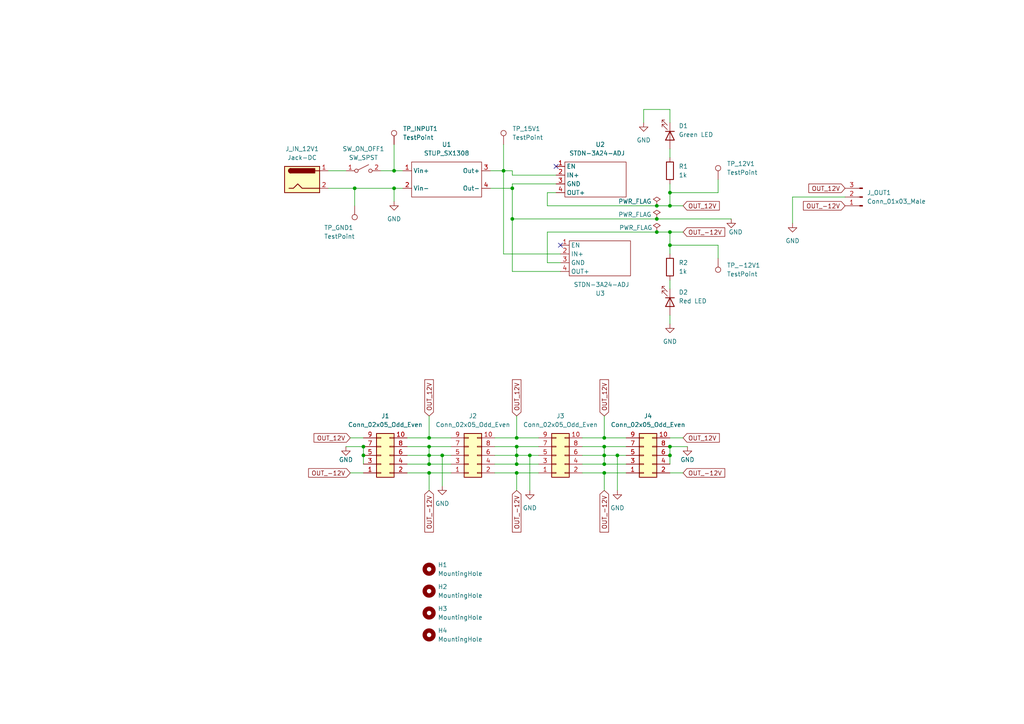
<source format=kicad_sch>
(kicad_sch (version 20230121) (generator eeschema)
  (paper "A4")
  (lib_symbols
    (symbol "Connector:Conn_01x03_Male" (pin_names (offset 1.016) hide)
      (property "Reference" "J" (at 0 5.08 0))
      (property "Value" "Conn_01x03_Male" (at 0 -5.08 0))
      (symbol "Conn_01x03_Male_1_1"
        (polyline (pts (xy 1.27 -2.54) (xy 0.8636 -2.54)) (stroke (width 0.1524)))
        (polyline (pts (xy 1.27 0) (xy 0.8636 0)) (stroke (width 0.1524)))
        (polyline (pts (xy 1.27 2.54) (xy 0.8636 2.54)) (stroke (width 0.1524)))
        (rectangle (start 0.8636 -2.413) (end 0 -2.667) (stroke (width 0.1524)) (fill (type outline)))
        (rectangle (start 0.8636 0.127) (end 0 -0.127) (stroke (width 0.1524)) (fill (type outline)))
        (rectangle (start 0.8636 2.667) (end 0 2.413) (stroke (width 0.1524)) (fill (type outline)))
        (pin passive line (at 5.08 2.54 180) (length 3.81) (name "Pin_1") (number "1"))
        (pin passive line (at 5.08 0 180) (length 3.81) (name "Pin_2") (number "2"))
        (pin passive line (at 5.08 -2.54 180) (length 3.81) (name "Pin_3") (number "3"))
      )
    )
    (symbol "Connector:Jack-DC" (pin_names (offset 1.016))
      (property "Reference" "J" (at 0 5.334 0))
      (property "Value" "Jack-DC" (at 0 -5.08 0))
      (symbol "Jack-DC_0_1"
        (rectangle (start -5.08 3.81) (end 5.08 -3.81) (stroke (width 0.254)) (fill (type background)))
        (arc (start -3.302 3.175) (mid -3.9343 2.54) (end -3.302 1.905) (stroke (width 0.254)))
        (arc (start -3.302 3.175) (mid -3.9343 2.54) (end -3.302 1.905) (stroke (width 0.254)) (fill (type outline)))
        (polyline (pts (xy 5.08 2.54) (xy 3.81 2.54)) (stroke (width 0.254)))
        (polyline (pts (xy -3.81 -2.54) (xy -2.54 -2.54) (xy -1.27 -1.27) (xy 0 -2.54) (xy 2.54 -2.54) (xy 5.08 -2.54)) (stroke (width 0.254)))
        (rectangle (start 3.683 3.175) (end -3.302 1.905) (stroke (width 0.254)) (fill (type outline)))
      )
      (symbol "Jack-DC_1_1"
        (pin passive line (at 7.62 2.54 180) (length 2.54) (name "~") (number "1"))
        (pin passive line (at 7.62 -2.54 180) (length 2.54) (name "~") (number "2"))
      )
    )
    (symbol "Connector:TestPoint" (pin_numbers hide) (pin_names (offset 0.762) hide)
      (property "Reference" "TP" (at 0 6.858 0))
      (property "Value" "TestPoint" (at 0 5.08 0))
      (symbol "TestPoint_0_1"
        (circle (center 0 3.302) (radius 0.762))
      )
      (symbol "TestPoint_1_1"
        (pin passive line (at 0 0 90) (length 2.54) (name "1") (number "1"))
      )
    )
    (symbol "Connector_Generic:Conn_02x05_Odd_Even" (pin_names (offset 1.016) hide)
      (property "Reference" "J" (at 1.27 7.62 0))
      (property "Value" "Conn_02x05_Odd_Even" (at 1.27 -7.62 0))
      (symbol "Conn_02x05_Odd_Even_1_1"
        (rectangle (start -1.27 -4.953) (end 0 -5.207) (stroke (width 0.1524)))
        (rectangle (start -1.27 -2.413) (end 0 -2.667) (stroke (width 0.1524)))
        (rectangle (start -1.27 0.127) (end 0 -0.127) (stroke (width 0.1524)))
        (rectangle (start -1.27 2.667) (end 0 2.413) (stroke (width 0.1524)))
        (rectangle (start -1.27 5.207) (end 0 4.953) (stroke (width 0.1524)))
        (rectangle (start -1.27 6.35) (end 3.81 -6.35) (stroke (width 0.254)) (fill (type background)))
        (rectangle (start 3.81 -4.953) (end 2.54 -5.207) (stroke (width 0.1524)))
        (rectangle (start 3.81 -2.413) (end 2.54 -2.667) (stroke (width 0.1524)))
        (rectangle (start 3.81 0.127) (end 2.54 -0.127) (stroke (width 0.1524)))
        (rectangle (start 3.81 2.667) (end 2.54 2.413) (stroke (width 0.1524)))
        (rectangle (start 3.81 5.207) (end 2.54 4.953) (stroke (width 0.1524)))
        (pin passive line (at -5.08 5.08 0) (length 3.81) (name "Pin_1") (number "1"))
        (pin passive line (at 7.62 -5.08 180) (length 3.81) (name "Pin_10") (number "10"))
        (pin passive line (at 7.62 5.08 180) (length 3.81) (name "Pin_2") (number "2"))
        (pin passive line (at -5.08 2.54 0) (length 3.81) (name "Pin_3") (number "3"))
        (pin passive line (at 7.62 2.54 180) (length 3.81) (name "Pin_4") (number "4"))
        (pin passive line (at -5.08 0 0) (length 3.81) (name "Pin_5") (number "5"))
        (pin passive line (at 7.62 0 180) (length 3.81) (name "Pin_6") (number "6"))
        (pin passive line (at -5.08 -2.54 0) (length 3.81) (name "Pin_7") (number "7"))
        (pin passive line (at 7.62 -2.54 180) (length 3.81) (name "Pin_8") (number "8"))
        (pin passive line (at -5.08 -5.08 0) (length 3.81) (name "Pin_9") (number "9"))
      )
    )
    (symbol "Device:LED" (pin_numbers hide) (pin_names (offset 1.016) hide)
      (property "Reference" "D" (at 0 2.54 0))
      (property "Value" "LED" (at 0 -2.54 0))
      (symbol "LED_0_1"
        (polyline (pts (xy -1.27 -1.27) (xy -1.27 1.27)) (stroke (width 0.254)))
        (polyline (pts (xy -1.27 0) (xy 1.27 0)))
        (polyline (pts (xy 1.27 -1.27) (xy 1.27 1.27) (xy -1.27 0) (xy 1.27 -1.27)) (stroke (width 0.254)))
        (polyline (pts (xy -3.048 -0.762) (xy -4.572 -2.286) (xy -3.81 -2.286) (xy -4.572 -2.286) (xy -4.572 -1.524)))
        (polyline (pts (xy -1.778 -0.762) (xy -3.302 -2.286) (xy -2.54 -2.286) (xy -3.302 -2.286) (xy -3.302 -1.524)))
      )
      (symbol "LED_1_1"
        (pin passive line (at -3.81 0 0) (length 2.54) (name "K") (number "1"))
        (pin passive line (at 3.81 0 180) (length 2.54) (name "A") (number "2"))
      )
    )
    (symbol "Device:R" (pin_numbers hide) (pin_names (offset 0))
      (property "Reference" "R" (at 2.032 0 90))
      (property "Value" "R" (at 0 0 90))
      (symbol "R_0_1"
        (rectangle (start -1.016 -2.54) (end 1.016 2.54) (stroke (width 0.254)))
      )
      (symbol "R_1_1"
        (pin passive line (at 0 3.81 270) (length 1.27) (name "~") (number "1"))
        (pin passive line (at 0 -3.81 90) (length 1.27) (name "~") (number "2"))
      )
    )
    (symbol "Mechanical:MountingHole" (pin_names (offset 1.016))
      (property "Reference" "H" (at 0 5.08 0))
      (property "Value" "MountingHole" (at 0 3.175 0))
      (symbol "MountingHole_0_1"
        (circle (center 0 0) (radius 1.27) (stroke (width 1.27)))
      )
    )
    (symbol "STDN-3A24-ADJ_1"
      (property "Reference" "U" (at 0 10.16 0))
      (property "Value" "STDN-3A24-ADJ_1" (at 0 7.62 0))
      (symbol "STDN-3A24-ADJ_1_0_1"
        (rectangle (start -8.89 5.08) (end 8.89 -5.08))
      )
      (symbol "STDN-3A24-ADJ_1_1_1"
        (pin input line (at -11.43 3.81 0) (length 2.54) (name "EN") (number "1"))
        (pin input line (at -11.43 1.27 0) (length 2.54) (name "IN+") (number "2"))
        (pin input line (at -11.43 -1.27 0) (length 2.54) (name "GND") (number "3"))
        (pin input line (at -11.43 -3.81 0) (length 2.54) (name "OUT+") (number "4"))
      )
    )
    (symbol "Switch:SW_SPST" (pin_names (offset 0) hide)
      (property "Reference" "SW" (at 0 3.175 0))
      (property "Value" "SW_SPST" (at 0 -2.54 0))
      (symbol "SW_SPST_0_0"
        (circle (center -2.032 0) (radius 0.508))
        (polyline (pts (xy -1.524 0.254) (xy 1.524 1.778)))
        (circle (center 2.032 0) (radius 0.508))
      )
      (symbol "SW_SPST_1_1"
        (pin passive line (at -5.08 0 0) (length 2.54) (name "A") (number "1"))
        (pin passive line (at 5.08 0 180) (length 2.54) (name "B") (number "2"))
      )
    )
    (symbol "hog-f1-components-kc6:STDN-3A24-ADJ"
      (property "Reference" "U" (at 0 10.16 0))
      (property "Value" "STDN-3A24-ADJ" (at 0 7.62 0))
      (symbol "STDN-3A24-ADJ_0_1"
        (rectangle (start -8.89 5.08) (end 8.89 -5.08))
      )
      (symbol "STDN-3A24-ADJ_1_1"
        (pin input line (at -11.43 3.81 0) (length 2.54) (name "EN") (number "1"))
        (pin input line (at -11.43 1.27 0) (length 2.54) (name "IN+") (number "2"))
        (pin input line (at -11.43 -1.27 0) (length 2.54) (name "GND") (number "3"))
        (pin input line (at -11.43 -3.81 0) (length 2.54) (name "OUT+") (number "4"))
      )
    )
    (symbol "hog-f1-components-kc6:STUP_SX1308"
      (property "Reference" "U" (at 0 10.16 0))
      (property "Value" "STUP_SX1308" (at 0 7.62 0))
      (symbol "STUP_SX1308_0_1"
        (rectangle (start -10.16 5.08) (end 10.16 -5.08))
      )
      (symbol "STUP_SX1308_1_1"
        (pin input line (at -12.7 2.54 0) (length 2.54) (name "Vin+") (number "1"))
        (pin input line (at -12.7 -2.54 0) (length 2.54) (name "Vin-") (number "2"))
        (pin output line (at 12.7 2.54 180) (length 2.54) (name "Out+") (number "3"))
        (pin output line (at 12.7 -2.54 180) (length 2.54) (name "Out-") (number "4"))
      )
    )
    (symbol "power:GND" (power) (pin_names (offset 0))
      (property "Value" "GND" (at 0 -3.81 0))
      (symbol "GND_0_1"
        (polyline (pts (xy 0 0) (xy 0 -1.27) (xy 1.27 -1.27) (xy 0 -2.54) (xy -1.27 -1.27) (xy 0 -1.27)))
      )
      (symbol "GND_1_1"
        (pin power_in line (at 0 0 270) (length 0) hide (name "GND") (number "1"))
      )
    )
    (symbol "power:PWR_FLAG" (power) (pin_numbers hide) (pin_names (offset 0) hide)
      (property "Value" "PWR_FLAG" (at 0 3.81 0))
      (symbol "PWR_FLAG_0_0"
        (pin power_out line (at 0 0 90) (length 0) (name "pwr") (number "1"))
      )
      (symbol "PWR_FLAG_0_1"
        (polyline (pts (xy 0 0) (xy 0 1.27) (xy -1.016 1.905) (xy 0 2.54) (xy 1.016 1.905) (xy 0 1.27)))
      )
    )
  )
  (junction (at 194.31 129.54))
  (junction (at 194.31 55.88))
  (junction (at 105.41 132.08))
  (junction (at 194.31 132.08))
  (junction (at 114.3 54.61))
  (junction (at 102.87 54.61))
  (junction (at 190.5 63.5))
  (junction (at 148.59 63.5))
  (junction (at 194.31 71.12))
  (junction (at 124.46 129.54))
  (junction (at 149.86 127))
  (junction (at 190.5 59.69))
  (junction (at 146.05 49.53))
  (junction (at 190.5 67.31))
  (junction (at 175.26 132.08))
  (junction (at 124.46 134.62))
  (junction (at 149.86 137.16))
  (junction (at 175.26 127))
  (junction (at 124.46 127))
  (junction (at 194.31 67.31))
  (junction (at 124.46 132.08))
  (junction (at 149.86 134.62))
  (junction (at 194.31 59.69))
  (junction (at 124.46 137.16))
  (junction (at 175.26 137.16))
  (junction (at 128.27 132.08))
  (junction (at 153.67 132.08))
  (junction (at 179.07 132.08))
  (junction (at 105.41 129.54))
  (junction (at 175.26 134.62))
  (junction (at 148.59 54.61))
  (junction (at 149.86 129.54))
  (junction (at 114.3 49.53))
  (junction (at 149.86 132.08))
  (junction (at 175.26 129.54))
  (no_connect (at 162.56 71.12))
  (no_connect (at 161.29 48.26))
  (wire (pts (xy 175.26 127) (xy 181.61 127)))
  (wire (pts (xy 100.33 129.54) (xy 105.41 129.54)))
  (wire (pts (xy 175.26 132.08) (xy 179.07 132.08)))
  (wire (pts (xy 143.51 127) (xy 149.86 127)))
  (wire (pts (xy 124.46 127) (xy 130.81 127)))
  (wire (pts (xy 194.31 43.18) (xy 194.31 45.72)))
  (wire (pts (xy 149.86 132.08) (xy 149.86 134.62)))
  (wire (pts (xy 175.26 137.16) (xy 181.61 137.16)))
  (wire (pts (xy 146.05 73.66) (xy 162.56 73.66)))
  (wire (pts (xy 162.56 76.2) (xy 158.75 76.2)))
  (wire (pts (xy 208.28 71.12) (xy 194.31 71.12)))
  (wire (pts (xy 194.31 31.75) (xy 194.31 35.56)))
  (wire (pts (xy 102.87 54.61) (xy 102.87 59.69)))
  (wire (pts (xy 179.07 132.08) (xy 179.07 142.24)))
  (wire (pts (xy 158.75 76.2) (xy 158.75 67.31)))
  (wire (pts (xy 118.11 134.62) (xy 124.46 134.62)))
  (wire (pts (xy 124.46 137.16) (xy 130.81 137.16)))
  (wire (pts (xy 175.26 120.65) (xy 175.26 127)))
  (wire (pts (xy 124.46 132.08) (xy 124.46 134.62)))
  (wire (pts (xy 175.26 129.54) (xy 181.61 129.54)))
  (wire (pts (xy 161.29 55.88) (xy 158.75 55.88)))
  (wire (pts (xy 208.28 55.88) (xy 194.31 55.88)))
  (wire (pts (xy 158.75 59.69) (xy 190.5 59.69)))
  (wire (pts (xy 148.59 54.61) (xy 148.59 63.5)))
  (wire (pts (xy 95.25 54.61) (xy 102.87 54.61)))
  (wire (pts (xy 149.86 120.65) (xy 149.86 127)))
  (wire (pts (xy 143.51 137.16) (xy 149.86 137.16)))
  (wire (pts (xy 148.59 63.5) (xy 148.59 78.74)))
  (wire (pts (xy 110.49 49.53) (xy 114.3 49.53)))
  (wire (pts (xy 158.75 67.31) (xy 190.5 67.31)))
  (wire (pts (xy 149.86 127) (xy 156.21 127)))
  (wire (pts (xy 143.51 132.08) (xy 149.86 132.08)))
  (wire (pts (xy 146.05 49.53) (xy 148.59 49.53)))
  (wire (pts (xy 124.46 134.62) (xy 130.81 134.62)))
  (wire (pts (xy 194.31 71.12) (xy 194.31 73.66)))
  (wire (pts (xy 149.86 137.16) (xy 156.21 137.16)))
  (wire (pts (xy 229.87 64.77) (xy 229.87 57.15)))
  (wire (pts (xy 194.31 91.44) (xy 194.31 93.98)))
  (wire (pts (xy 229.87 57.15) (xy 245.11 57.15)))
  (wire (pts (xy 190.5 59.69) (xy 194.31 59.69)))
  (wire (pts (xy 105.41 129.54) (xy 105.41 132.08)))
  (wire (pts (xy 114.3 49.53) (xy 116.84 49.53)))
  (wire (pts (xy 124.46 120.65) (xy 124.46 127)))
  (wire (pts (xy 194.31 55.88) (xy 194.31 59.69)))
  (wire (pts (xy 149.86 132.08) (xy 153.67 132.08)))
  (wire (pts (xy 168.91 137.16) (xy 175.26 137.16)))
  (wire (pts (xy 179.07 132.08) (xy 181.61 132.08)))
  (wire (pts (xy 153.67 132.08) (xy 156.21 132.08)))
  (wire (pts (xy 148.59 78.74) (xy 162.56 78.74)))
  (wire (pts (xy 114.3 41.91) (xy 114.3 49.53)))
  (wire (pts (xy 208.28 52.07) (xy 208.28 55.88)))
  (wire (pts (xy 194.31 137.16) (xy 198.12 137.16)))
  (wire (pts (xy 148.59 63.5) (xy 190.5 63.5)))
  (wire (pts (xy 124.46 129.54) (xy 124.46 132.08)))
  (wire (pts (xy 118.11 127) (xy 124.46 127)))
  (wire (pts (xy 175.26 132.08) (xy 175.26 134.62)))
  (wire (pts (xy 124.46 132.08) (xy 128.27 132.08)))
  (wire (pts (xy 168.91 132.08) (xy 175.26 132.08)))
  (wire (pts (xy 194.31 67.31) (xy 198.12 67.31)))
  (wire (pts (xy 194.31 127) (xy 198.12 127)))
  (wire (pts (xy 175.26 129.54) (xy 175.26 132.08)))
  (wire (pts (xy 168.91 129.54) (xy 175.26 129.54)))
  (wire (pts (xy 118.11 137.16) (xy 124.46 137.16)))
  (wire (pts (xy 168.91 134.62) (xy 175.26 134.62)))
  (wire (pts (xy 118.11 129.54) (xy 124.46 129.54)))
  (wire (pts (xy 124.46 129.54) (xy 130.81 129.54)))
  (wire (pts (xy 194.31 53.34) (xy 194.31 55.88)))
  (wire (pts (xy 194.31 129.54) (xy 199.39 129.54)))
  (wire (pts (xy 124.46 137.16) (xy 124.46 142.24)))
  (wire (pts (xy 149.86 129.54) (xy 149.86 132.08)))
  (wire (pts (xy 148.59 49.53) (xy 148.59 50.8)))
  (wire (pts (xy 101.6 127) (xy 105.41 127)))
  (wire (pts (xy 101.6 137.16) (xy 105.41 137.16)))
  (wire (pts (xy 208.28 74.93) (xy 208.28 71.12)))
  (wire (pts (xy 128.27 132.08) (xy 128.27 140.97)))
  (wire (pts (xy 186.69 35.56) (xy 186.69 31.75)))
  (wire (pts (xy 158.75 55.88) (xy 158.75 59.69)))
  (wire (pts (xy 95.25 49.53) (xy 100.33 49.53)))
  (wire (pts (xy 143.51 134.62) (xy 149.86 134.62)))
  (wire (pts (xy 149.86 137.16) (xy 149.86 142.24)))
  (wire (pts (xy 194.31 59.69) (xy 198.12 59.69)))
  (wire (pts (xy 148.59 54.61) (xy 148.59 53.34)))
  (wire (pts (xy 114.3 54.61) (xy 114.3 58.42)))
  (wire (pts (xy 190.5 67.31) (xy 194.31 67.31)))
  (wire (pts (xy 175.26 134.62) (xy 181.61 134.62)))
  (wire (pts (xy 148.59 50.8) (xy 161.29 50.8)))
  (wire (pts (xy 142.24 49.53) (xy 146.05 49.53)))
  (wire (pts (xy 194.31 129.54) (xy 194.31 132.08)))
  (wire (pts (xy 194.31 67.31) (xy 194.31 71.12)))
  (wire (pts (xy 190.5 63.5) (xy 212.09 63.5)))
  (wire (pts (xy 143.51 129.54) (xy 149.86 129.54)))
  (wire (pts (xy 146.05 41.91) (xy 146.05 49.53)))
  (wire (pts (xy 175.26 137.16) (xy 175.26 142.24)))
  (wire (pts (xy 153.67 132.08) (xy 153.67 142.24)))
  (wire (pts (xy 105.41 132.08) (xy 105.41 134.62)))
  (wire (pts (xy 149.86 129.54) (xy 156.21 129.54)))
  (wire (pts (xy 194.31 81.28) (xy 194.31 83.82)))
  (wire (pts (xy 149.86 134.62) (xy 156.21 134.62)))
  (wire (pts (xy 142.24 54.61) (xy 148.59 54.61)))
  (wire (pts (xy 114.3 54.61) (xy 116.84 54.61)))
  (wire (pts (xy 102.87 54.61) (xy 114.3 54.61)))
  (wire (pts (xy 186.69 31.75) (xy 194.31 31.75)))
  (wire (pts (xy 118.11 132.08) (xy 124.46 132.08)))
  (wire (pts (xy 194.31 132.08) (xy 194.31 134.62)))
  (wire (pts (xy 168.91 127) (xy 175.26 127)))
  (wire (pts (xy 128.27 132.08) (xy 130.81 132.08)))
  (wire (pts (xy 148.59 53.34) (xy 161.29 53.34)))
  (wire (pts (xy 146.05 49.53) (xy 146.05 73.66)))
  (global_label "OUT_12V" (shape input) (at 245.11 54.61 180) (property "Intersheetrefs" "${INTERSHEET_REFS}" (effects hide)))
  (global_label "OUT_12V" (shape input) (at 124.46 120.65 90) (property "Intersheetrefs" "${INTERSHEET_REFS}" (effects hide)))
  (global_label "OUT_-12V" (shape input) (at 198.12 137.16 0) (property "Intersheetrefs" "${INTERSHEET_REFS}" (effects hide)))
  (global_label "OUT_-12V" (shape input) (at 198.12 67.31 0) (property "Intersheetrefs" "${INTERSHEET_REFS}" (effects hide)))
  (global_label "OUT_-12V" (shape input) (at 149.86 142.24 270) (property "Intersheetrefs" "${INTERSHEET_REFS}" (effects hide)))
  (global_label "OUT_-12V" (shape input) (at 124.46 142.24 270) (property "Intersheetrefs" "${INTERSHEET_REFS}" (effects hide)))
  (global_label "OUT_-12V" (shape input) (at 245.11 59.69 180) (property "Intersheetrefs" "${INTERSHEET_REFS}" (effects hide)))
  (global_label "OUT_-12V" (shape input) (at 175.26 142.24 270) (property "Intersheetrefs" "${INTERSHEET_REFS}" (effects hide)))
  (global_label "OUT_-12V" (shape input) (at 101.6 137.16 180) (property "Intersheetrefs" "${INTERSHEET_REFS}" (effects hide)))
  (global_label "OUT_12V" (shape input) (at 101.6 127 180) (property "Intersheetrefs" "${INTERSHEET_REFS}" (effects hide)))
  (global_label "OUT_12V" (shape input) (at 149.86 120.65 90) (property "Intersheetrefs" "${INTERSHEET_REFS}" (effects hide)))
  (global_label "OUT_12V" (shape input) (at 175.26 120.65 90) (property "Intersheetrefs" "${INTERSHEET_REFS}" (effects hide)))
  (global_label "OUT_12V" (shape input) (at 198.12 127 0) (property "Intersheetrefs" "${INTERSHEET_REFS}" (effects hide)))
  (global_label "OUT_12V" (shape input) (at 198.12 59.69 0) (property "Intersheetrefs" "${INTERSHEET_REFS}" (effects hide)))
  (symbol (lib_id "Device:LED") (at 194.31 87.63 270) (unit 1)
    (property "Reference" "D2" (at 196.85 84.7724 90) (effects (justify left)))
    (property "Value" "Red LED" (at 196.85 87.3124 90) (effects (justify left)))
    (property "Footprint" "LED_THT:LED_D5.0mm" (effects hide))
  )
  (symbol (lib_name "STDN-3A24-ADJ_1") (lib_id "hog-f1-components-kc6:STDN-3A24-ADJ") (at 172.72 52.07 0) (unit 1)
    (property "Reference" "U2" (at 172.72 41.91 0) (effects (justify left)))
    (property "Value" "STDN-3A24-ADJ" (at 165.1 44.45 0) (effects (justify left)))
    (property "Footprint" "Shmoergh-PSU-Custom-Footprints:STDN-3A24-ADJ" (effects hide))
  )
  (symbol (lib_id "Switch:SW_SPST") (at 105.41 49.53 0) (unit 1)
    (property "Reference" "SW_ON_OFF1" (at 105.41 43.18 0))
    (property "Value" "SW_SPST" (at 105.41 45.72 0))
    (property "Footprint" "Shmoergh-PSU-Custom-Footprints:NSL25_01x02_Vertical" (effects hide))
  )
  (symbol (lib_id "Connector_Generic:Conn_02x05_Odd_Even") (at 161.29 132.08 0) (mirror x) (unit 1)
    (property "Reference" "J3" (at 162.56 120.65 0))
    (property "Value" "Conn_02x05_Odd_Even" (at 162.56 123.19 0))
    (property "Footprint" "Connector_IDC:IDC-Header_2x05_P2.54mm_Vertical" (effects hide))
  )
  (symbol (lib_id "Connector:Conn_01x03_Male") (at 250.19 57.15 180) (unit 1)
    (property "Reference" "J_OUT1" (at 251.46 55.8799 0) (effects (justify right)))
    (property "Value" "Conn_01x03_Male" (at 251.46 58.4199 0) (effects (justify right)))
    (property "Footprint" "TerminalBlock:TerminalBlock_Altech_AK300-3_P5.00mm" (effects hide))
  )
  (symbol (lib_id "Device:LED") (at 194.31 39.37 270) (unit 1)
    (property "Reference" "D1" (at 196.85 36.5124 90) (effects (justify left)))
    (property "Value" "Green LED" (at 196.85 39.0524 90) (effects (justify left)))
    (property "Footprint" "LED_THT:LED_D5.0mm" (effects hide))
  )
  (symbol (lib_id "power:GND") (at 114.3 58.42 0) (unit 1)
    (property "Reference" "#PWR0101" (effects hide))
    (property "Value" "GND" (at 114.3 63.5 0))
  )
  (symbol (lib_id "Mechanical:MountingHole") (at 124.46 184.15 0) (unit 1)
    (property "Reference" "H4" (at 127 182.8799 0) (effects (justify left)))
    (property "Value" "MountingHole" (at 127 185.4199 0) (effects (justify left)))
    (property "Footprint" "MountingHole:MountingHole_3mm_Pad" (effects hide))
  )
  (symbol (lib_id "power:GND") (at 186.69 35.56 0) (unit 1)
    (property "Reference" "#PWR05" (effects hide))
    (property "Value" "GND" (at 186.69 40.64 0))
  )
  (symbol (lib_id "Connector:Jack-DC") (at 87.63 52.07 0) (unit 1)
    (property "Reference" "J_IN_12V1" (at 87.63 43.18 0))
    (property "Value" "Jack-DC" (at 87.63 45.72 0))
    (property "Footprint" "TerminalBlock:TerminalBlock_Altech_AK300-2_P5.00mm" (effects hide))
  )
  (symbol (lib_id "Mechanical:MountingHole") (at 124.46 177.8 0) (unit 1)
    (property "Reference" "H3" (at 127 176.5299 0) (effects (justify left)))
    (property "Value" "MountingHole" (at 127 179.0699 0) (effects (justify left)))
    (property "Footprint" "MountingHole:MountingHole_3mm_Pad" (effects hide))
  )
  (symbol (lib_id "power:PWR_FLAG") (at 190.5 63.5 0) (unit 1)
    (property "Reference" "#FLG02" (effects hide))
    (property "Value" "PWR_FLAG" (at 184.15 62.23 0))
  )
  (symbol (lib_id "power:GND") (at 199.39 129.54 0) (unit 1)
    (property "Reference" "#PWR07" (effects hide))
    (property "Value" "GND" (at 199.39 133.35 0))
  )
  (symbol (lib_id "power:GND") (at 100.33 129.54 0) (unit 1)
    (property "Reference" "#PWR01" (effects hide))
    (property "Value" "GND" (at 100.33 133.35 0))
  )
  (symbol (lib_id "power:GND") (at 212.09 63.5 0) (unit 1)
    (property "Reference" "#PWR08" (effects hide))
    (property "Value" "GND" (at 213.36 67.31 0))
  )
  (symbol (lib_id "Device:R") (at 194.31 49.53 0) (unit 1)
    (property "Reference" "R1" (at 196.85 48.2599 0) (effects (justify left)))
    (property "Value" "1k" (at 196.85 50.7999 0) (effects (justify left)))
    (property "Footprint" "Shmoergh-PSU-Custom-Footprints:R_Axial_DIN0207_L6.3mm_D2.5mm_P7.62mm_Horizontal" (effects hide))
  )
  (symbol (lib_id "hog-f1-components-kc6:STDN-3A24-ADJ") (at 173.99 74.93 0) (unit 1)
    (property "Reference" "U3" (at 172.72 85.09 0) (effects (justify left)))
    (property "Value" "STDN-3A24-ADJ" (at 166.37 82.55 0) (effects (justify left)))
    (property "Footprint" "Shmoergh-PSU-Custom-Footprints:STDN-3A24-ADJ" (effects hide))
  )
  (symbol (lib_id "power:GND") (at 179.07 142.24 0) (unit 1)
    (property "Reference" "#PWR04" (effects hide))
    (property "Value" "GND" (at 179.07 147.32 0))
  )
  (symbol (lib_id "Connector:TestPoint") (at 208.28 74.93 180) (unit 1)
    (property "Reference" "TP_-12V1" (at 210.82 76.9619 0) (effects (justify right)))
    (property "Value" "TestPoint" (at 210.82 79.5019 0) (effects (justify right)))
    (property "Footprint" "TestPoint:TestPoint_THTPad_2.0x2.0mm_Drill1.0mm" (effects hide))
  )
  (symbol (lib_id "power:GND") (at 153.67 142.24 0) (unit 1)
    (property "Reference" "#PWR03" (effects hide))
    (property "Value" "GND" (at 153.67 147.32 0))
  )
  (symbol (lib_id "Connector:TestPoint") (at 102.87 59.69 180) (unit 1)
    (property "Reference" "TP_GND1" (at 93.98 66.04 0) (effects (justify right)))
    (property "Value" "TestPoint" (at 93.98 68.58 0) (effects (justify right)))
    (property "Footprint" "TestPoint:TestPoint_THTPad_2.0x2.0mm_Drill1.0mm" (effects hide))
  )
  (symbol (lib_id "power:GND") (at 128.27 140.97 0) (unit 1)
    (property "Reference" "#PWR02" (effects hide))
    (property "Value" "GND" (at 128.27 146.05 0))
  )
  (symbol (lib_id "Connector:TestPoint") (at 146.05 41.91 0) (unit 1)
    (property "Reference" "TP_15V1" (at 148.59 37.3379 0) (effects (justify left)))
    (property "Value" "TestPoint" (at 148.59 39.8779 0) (effects (justify left)))
    (property "Footprint" "TestPoint:TestPoint_THTPad_2.0x2.0mm_Drill1.0mm" (effects hide))
  )
  (symbol (lib_id "Connector:TestPoint") (at 208.28 52.07 0) (unit 1)
    (property "Reference" "TP_12V1" (at 210.82 47.4979 0) (effects (justify left)))
    (property "Value" "TestPoint" (at 210.82 50.0379 0) (effects (justify left)))
    (property "Footprint" "TestPoint:TestPoint_THTPad_2.0x2.0mm_Drill1.0mm" (effects hide))
  )
  (symbol (lib_id "power:PWR_FLAG") (at 190.5 67.31 0) (unit 1)
    (property "Reference" "#FLG03" (effects hide))
    (property "Value" "PWR_FLAG" (at 189.23 66.04 0) (effects (justify right)))
  )
  (symbol (lib_id "power:PWR_FLAG") (at 190.5 59.69 0) (unit 1)
    (property "Reference" "#FLG01" (effects hide))
    (property "Value" "PWR_FLAG" (at 184.15 58.42 0))
  )
  (symbol (lib_id "power:GND") (at 229.87 64.77 0) (unit 1)
    (property "Reference" "#PWR0102" (effects hide))
    (property "Value" "GND" (at 229.87 69.85 0))
  )
  (symbol (lib_id "Connector_Generic:Conn_02x05_Odd_Even") (at 186.69 132.08 0) (mirror x) (unit 1)
    (property "Reference" "J4" (at 187.96 120.65 0))
    (property "Value" "Conn_02x05_Odd_Even" (at 187.96 123.19 0))
    (property "Footprint" "Connector_IDC:IDC-Header_2x05_P2.54mm_Vertical" (effects hide))
  )
  (symbol (lib_id "Connector_Generic:Conn_02x05_Odd_Even") (at 110.49 132.08 0) (mirror x) (unit 1)
    (property "Reference" "J1" (at 111.76 120.65 0))
    (property "Value" "Conn_02x05_Odd_Even" (at 111.76 123.19 0))
    (property "Footprint" "Connector_IDC:IDC-Header_2x05_P2.54mm_Vertical" (effects hide))
  )
  (symbol (lib_id "hog-f1-components-kc6:STUP_SX1308") (at 129.54 52.07 0) (unit 1)
    (property "Reference" "U1" (at 129.54 41.91 0))
    (property "Value" "STUP_SX1308" (at 129.54 44.45 0))
    (property "Footprint" "Shmoergh-PSU-Custom-Footprints:STUP-SX1308" (effects hide))
  )
  (symbol (lib_id "power:GND") (at 194.31 93.98 0) (unit 1)
    (property "Reference" "#PWR06" (effects hide))
    (property "Value" "GND" (at 194.31 99.06 0))
  )
  (symbol (lib_id "Mechanical:MountingHole") (at 124.46 165.1 0) (unit 1)
    (property "Reference" "H1" (at 127 163.8299 0) (effects (justify left)))
    (property "Value" "MountingHole" (at 127 166.3699 0) (effects (justify left)))
    (property "Footprint" "MountingHole:MountingHole_3mm_Pad" (effects hide))
  )
  (symbol (lib_id "Device:R") (at 194.31 77.47 0) (unit 1)
    (property "Reference" "R2" (at 196.85 76.1999 0) (effects (justify left)))
    (property "Value" "1k" (at 196.85 78.7399 0) (effects (justify left)))
    (property "Footprint" "Shmoergh-PSU-Custom-Footprints:R_Axial_DIN0207_L6.3mm_D2.5mm_P7.62mm_Horizontal" (effects hide))
  )
  (symbol (lib_id "Connector:TestPoint") (at 114.3 41.91 0) (unit 1)
    (property "Reference" "TP_INPUT1" (at 116.84 37.3379 0) (effects (justify left)))
    (property "Value" "TestPoint" (at 116.84 39.8779 0) (effects (justify left)))
    (property "Footprint" "TestPoint:TestPoint_THTPad_2.0x2.0mm_Drill1.0mm" (effects hide))
  )
  (symbol (lib_id "Mechanical:MountingHole") (at 124.46 171.45 0) (unit 1)
    (property "Reference" "H2" (at 127 170.1799 0) (effects (justify left)))
    (property "Value" "MountingHole" (at 127 172.7199 0) (effects (justify left)))
    (property "Footprint" "MountingHole:MountingHole_3mm_Pad" (effects hide))
  )
  (symbol (lib_id "Connector_Generic:Conn_02x05_Odd_Even") (at 135.89 132.08 0) (mirror x) (unit 1)
    (property "Reference" "J2" (at 137.16 120.65 0))
    (property "Value" "Conn_02x05_Odd_Even" (at 137.16 123.19 0))
    (property "Footprint" "Connector_IDC:IDC-Header_2x05_P2.54mm_Vertical" (effects hide))
  )
)
</source>
